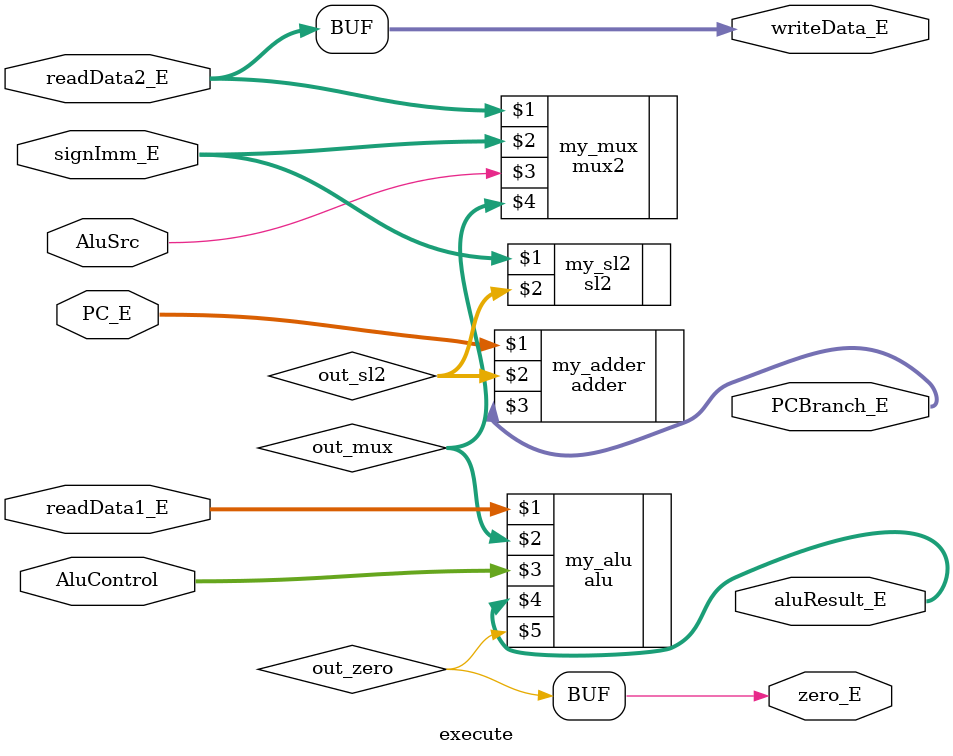
<source format=sv>
module execute(input logic AluSrc,
					input logic [3:0] AluControl,
					input logic [63:0] PC_E, signImm_E,
					input logic [63:0] readData1_E, readData2_E,
					output logic [63:0] PCBranch_E, aluResult_E, writeData_E,
					output logic zero_E);
	
		logic [63:0] out_mux, out_sl2, out_adder;
		logic out_zero;
		
		mux2 #(.N(64)) my_mux (readData2_E, signImm_E, AluSrc, out_mux);
		sl2 #(.N(64)) my_sl2 (signImm_E, out_sl2);
		adder #(.N(64)) my_adder (PC_E, out_sl2, PCBranch_E);
		alu my_alu (readData1_E, out_mux, AluControl, aluResult_E, out_zero);
		
		assign writeData_E = readData2_E;
		assign zero_E = out_zero;
	
endmodule 
</source>
